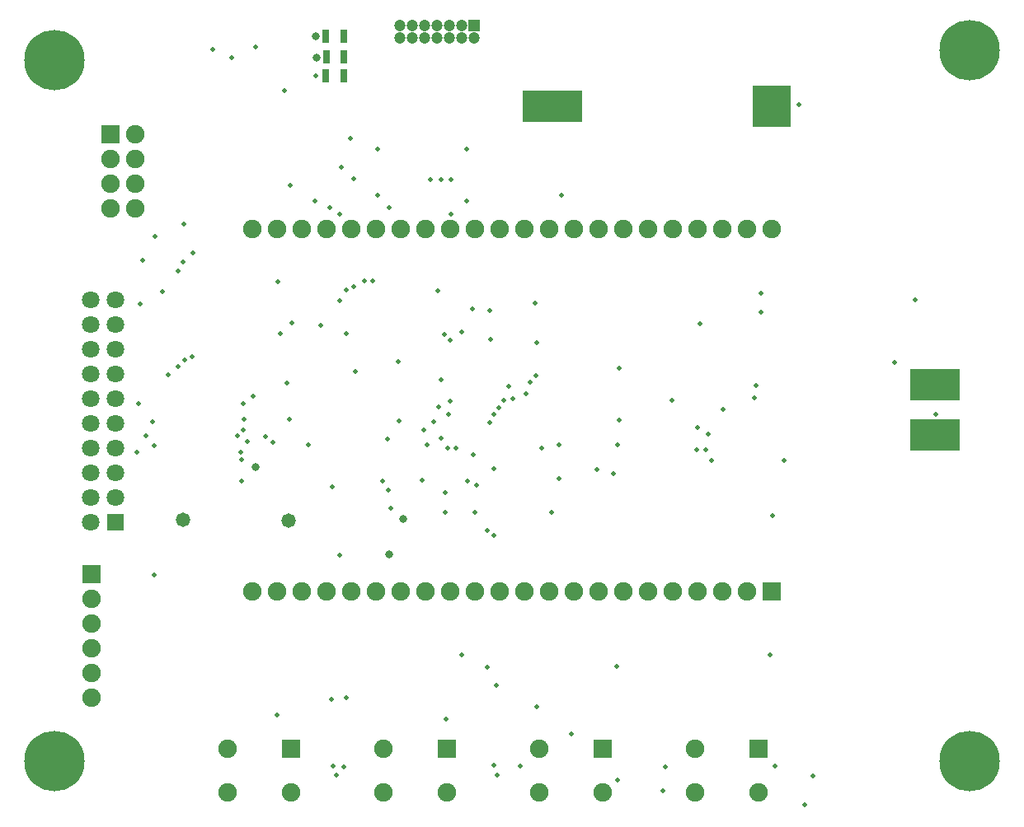
<source format=gbs>
G04*
G04 #@! TF.GenerationSoftware,Altium Limited,Altium Designer,24.4.1 (13)*
G04*
G04 Layer_Color=16711935*
%FSLAX44Y44*%
%MOMM*%
G71*
G04*
G04 #@! TF.SameCoordinates,FF2F9DB4-C514-40A0-8A38-6625478132A2*
G04*
G04*
G04 #@! TF.FilePolarity,Negative*
G04*
G01*
G75*
%ADD45C,1.9032*%
%ADD46R,1.9032X1.9032*%
%ADD47C,6.2032*%
%ADD48C,1.2032*%
%ADD49R,1.2032X1.2032*%
%ADD50R,1.8032X1.8032*%
%ADD51C,1.8032*%
%ADD52R,1.9032X1.9032*%
%ADD53C,0.5032*%
%ADD54C,1.4732*%
%ADD55C,0.8032*%
%ADD78R,6.1000X3.2000*%
%ADD79R,3.9000X4.2000*%
%ADD80R,0.8032X1.4532*%
%ADD81R,5.2032X3.2032*%
D45*
X97500Y124600D02*
D03*
Y226200D02*
D03*
Y200800D02*
D03*
Y150000D02*
D03*
Y175400D02*
D03*
X142400Y704250D02*
D03*
X117000Y678850D02*
D03*
X142400D02*
D03*
X117000Y653450D02*
D03*
X142400D02*
D03*
X117000Y628050D02*
D03*
X142400D02*
D03*
X466500Y233776D02*
D03*
X288700D02*
D03*
X542700D02*
D03*
X618900D02*
D03*
X695100D02*
D03*
X263300D02*
D03*
X364900D02*
D03*
X314100D02*
D03*
X339500D02*
D03*
X390300D02*
D03*
X415700D02*
D03*
X441100D02*
D03*
X491900D02*
D03*
X517300D02*
D03*
X568100D02*
D03*
X593500D02*
D03*
X669700D02*
D03*
X644300D02*
D03*
X771300D02*
D03*
X720500D02*
D03*
X745900D02*
D03*
X796700Y606776D02*
D03*
X771300D02*
D03*
X720500D02*
D03*
X745900D02*
D03*
X669700D02*
D03*
X644300D02*
D03*
X568100D02*
D03*
X593500D02*
D03*
X491900D02*
D03*
X517300D02*
D03*
X390300D02*
D03*
X415700D02*
D03*
X441100D02*
D03*
X364900D02*
D03*
X314100D02*
D03*
X339500D02*
D03*
X263300D02*
D03*
X542700D02*
D03*
X618900D02*
D03*
X695100D02*
D03*
X466500D02*
D03*
X288700D02*
D03*
X717500Y27776D02*
D03*
Y72776D02*
D03*
X782500Y27776D02*
D03*
X557500D02*
D03*
Y72776D02*
D03*
X622500Y27776D02*
D03*
X397500D02*
D03*
Y72776D02*
D03*
X462500Y27776D02*
D03*
X237500D02*
D03*
Y72776D02*
D03*
X302500Y27776D02*
D03*
D46*
X97500Y251600D02*
D03*
X117000Y704250D02*
D03*
X796700Y233776D02*
D03*
D47*
X1000000Y60000D02*
D03*
X60000Y780000D02*
D03*
Y60000D02*
D03*
X1000000Y790000D02*
D03*
D48*
X414450Y803076D02*
D03*
Y815776D02*
D03*
X427150Y803076D02*
D03*
Y815776D02*
D03*
X439850Y803076D02*
D03*
Y815776D02*
D03*
X452550Y803076D02*
D03*
Y815776D02*
D03*
X465250Y803076D02*
D03*
Y815776D02*
D03*
X477950Y803076D02*
D03*
Y815776D02*
D03*
X490650Y803076D02*
D03*
D49*
Y815776D02*
D03*
D50*
X122700Y305700D02*
D03*
D51*
X97300D02*
D03*
X122700Y331100D02*
D03*
X97300D02*
D03*
X122700Y356500D02*
D03*
X97300D02*
D03*
X122700Y381900D02*
D03*
X97300D02*
D03*
X122700Y407300D02*
D03*
X97300D02*
D03*
X122700Y432700D02*
D03*
X97300D02*
D03*
X122700Y458100D02*
D03*
X97300D02*
D03*
X122700Y483500D02*
D03*
X97300D02*
D03*
X122700Y508900D02*
D03*
X97300D02*
D03*
X122700Y534300D02*
D03*
X97300D02*
D03*
D52*
X782500Y72776D02*
D03*
X622500D02*
D03*
X462500D02*
D03*
X302500D02*
D03*
D53*
X192750Y612000D02*
D03*
X634000Y355000D02*
D03*
X638000Y385000D02*
D03*
X241770Y782850D02*
D03*
X296250Y749026D02*
D03*
X824700Y734590D02*
D03*
X437247Y348177D02*
D03*
X201550Y475500D02*
D03*
X202000Y581750D02*
D03*
X192000Y572500D02*
D03*
X163000Y599250D02*
D03*
X186750Y563500D02*
D03*
X148250Y529250D02*
D03*
X187000Y465000D02*
D03*
X193250Y472000D02*
D03*
X170400Y542566D02*
D03*
X150250Y574500D02*
D03*
X462250Y102526D02*
D03*
X288000Y106750D02*
D03*
X162000Y251500D02*
D03*
X478000Y501250D02*
D03*
X530750Y432376D02*
D03*
X526601Y444627D02*
D03*
X222750Y791500D02*
D03*
X176750Y457000D02*
D03*
X964750Y416526D02*
D03*
X387000Y553504D02*
D03*
X378500D02*
D03*
X289500Y552776D02*
D03*
X366992Y547392D02*
D03*
X396964Y347494D02*
D03*
X266154Y794026D02*
D03*
X780338Y445438D02*
D03*
X922744Y469922D02*
D03*
X344250Y123026D02*
D03*
X478244Y168678D02*
D03*
X794728D02*
D03*
X637502Y156740D02*
D03*
X504152Y156486D02*
D03*
X513804Y137436D02*
D03*
X554952Y115846D02*
D03*
X367500Y658644D02*
D03*
X456654Y657374D02*
D03*
X445732Y657120D02*
D03*
X354800Y670328D02*
D03*
X580860Y641626D02*
D03*
X483062Y635776D02*
D03*
X391376Y641626D02*
D03*
Y688870D02*
D03*
X301714Y651786D02*
D03*
X483062Y689132D02*
D03*
X467250Y657526D02*
D03*
Y621776D02*
D03*
X403250Y629026D02*
D03*
X342750D02*
D03*
X352500Y622276D02*
D03*
X363500Y700026D02*
D03*
X327500Y635776D02*
D03*
X590500Y87526D02*
D03*
X346000Y54776D02*
D03*
X403000Y338526D02*
D03*
X345500Y341526D02*
D03*
X413000Y470026D02*
D03*
X368750Y460026D02*
D03*
X457250Y451526D02*
D03*
X449250Y408776D02*
D03*
X413750Y409026D02*
D03*
X328250Y764026D02*
D03*
X292000Y499026D02*
D03*
X359500D02*
D03*
X298500Y448526D02*
D03*
X944000Y533776D02*
D03*
X555000Y490276D02*
D03*
X247450Y393976D02*
D03*
X511250Y291526D02*
D03*
X504250Y296526D02*
D03*
X507000Y407526D02*
D03*
X333250Y508026D02*
D03*
X640000Y410276D02*
D03*
X254000Y427276D02*
D03*
X359750Y124776D02*
D03*
X442500Y384526D02*
D03*
X489750Y375026D02*
D03*
X491500Y315036D02*
D03*
X461500Y315026D02*
D03*
X560229Y381776D02*
D03*
X617250Y359276D02*
D03*
X830000Y14776D02*
D03*
X838500Y44776D02*
D03*
X684500Y29026D02*
D03*
X687250Y53526D02*
D03*
X353000Y271776D02*
D03*
X252250Y347776D02*
D03*
X405000Y319776D02*
D03*
X349000Y45526D02*
D03*
X514750Y45776D02*
D03*
X538000Y54526D02*
D03*
X357250Y53526D02*
D03*
X553250Y530776D02*
D03*
X507328Y493026D02*
D03*
X489250Y524776D02*
D03*
X352500Y532776D02*
D03*
X746750Y421526D02*
D03*
X694250Y430526D02*
D03*
X320750Y384776D02*
D03*
X254750Y411276D02*
D03*
X253962Y400072D02*
D03*
X252184Y369592D02*
D03*
X251168Y377466D02*
D03*
X521170Y430298D02*
D03*
X264122Y434616D02*
D03*
X160490Y408454D02*
D03*
X639788Y463572D02*
D03*
X506438Y522754D02*
D03*
X465798Y492782D02*
D03*
X402044Y391182D02*
D03*
X456654Y391380D02*
D03*
X359500Y543776D02*
D03*
X453606Y542820D02*
D03*
X778250Y433026D02*
D03*
X471894Y381530D02*
D03*
X284188Y387626D02*
D03*
X258280Y388134D02*
D03*
X162522Y384324D02*
D03*
X154140Y393976D02*
D03*
X276822Y393722D02*
D03*
X301206Y410994D02*
D03*
X146012Y426996D02*
D03*
X808952Y368576D02*
D03*
X734276D02*
D03*
X303600Y510200D02*
D03*
X569938Y315490D02*
D03*
X463258Y381530D02*
D03*
X144750Y377276D02*
D03*
X728750Y379776D02*
D03*
X731000Y396276D02*
D03*
X720000Y403026D02*
D03*
X719750Y379776D02*
D03*
X511000Y360526D02*
D03*
X484250Y348026D02*
D03*
X516250Y423276D02*
D03*
X578000Y384776D02*
D03*
Y350276D02*
D03*
X800000Y54276D02*
D03*
X722750Y509026D02*
D03*
X785500Y521526D02*
D03*
X785750Y541026D02*
D03*
X460000Y498026D02*
D03*
X454250Y423526D02*
D03*
X464250Y415776D02*
D03*
X439250Y400526D02*
D03*
X466500Y429776D02*
D03*
X797000Y312026D02*
D03*
X638500Y40276D02*
D03*
X510750Y55276D02*
D03*
X511000Y416026D02*
D03*
X543750Y437526D02*
D03*
X554250Y456026D02*
D03*
X548000Y449026D02*
D03*
X493250Y343026D02*
D03*
X461500Y335776D02*
D03*
D54*
X192250Y307500D02*
D03*
X300250Y306750D02*
D03*
D55*
X328250Y804526D02*
D03*
X329250Y782526D02*
D03*
X418000Y308401D02*
D03*
X403750Y272526D02*
D03*
X266000Y361776D02*
D03*
D78*
X571250Y732776D02*
D03*
D79*
X796250D02*
D03*
D80*
X338750Y804526D02*
D03*
X356750D02*
D03*
X339000Y783776D02*
D03*
X357000D02*
D03*
X338750Y763776D02*
D03*
X356750D02*
D03*
D81*
X964020Y446946D02*
D03*
Y394876D02*
D03*
M02*

</source>
